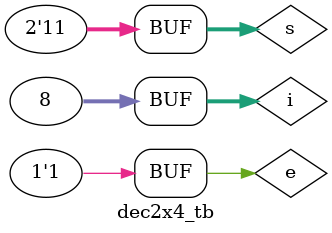
<source format=v>
module dec2x4(
    input [1:0] s,
    input e,
    output reg [3:0] y
);
    always @(*)
        casez ({e, s})
            3'b100: y = 4'b1110;
            3'b101: y = 4'b1101;
            3'b110: y = 4'b1011;
            3'b111: y = 4'b0111;
            3'b0??: y = 4'b1111;
        endcase
endmodule

module dec2x4_tb();
  reg [1:0] s;
  reg e;
  wire y;
  
  dec2x4 decod1(.s(s),.e(e),.y(y));
  integer i;
  initial begin 
    $display("Time\tE\tS\tY\t");

    for(i=0;i<8;i=i+1)begin
      #10 {e,s} = i;
      $monitor("%0t\t%b\t%b\t%b\t",$time,e,s,y);
    end  
  end
endmodule
</source>
